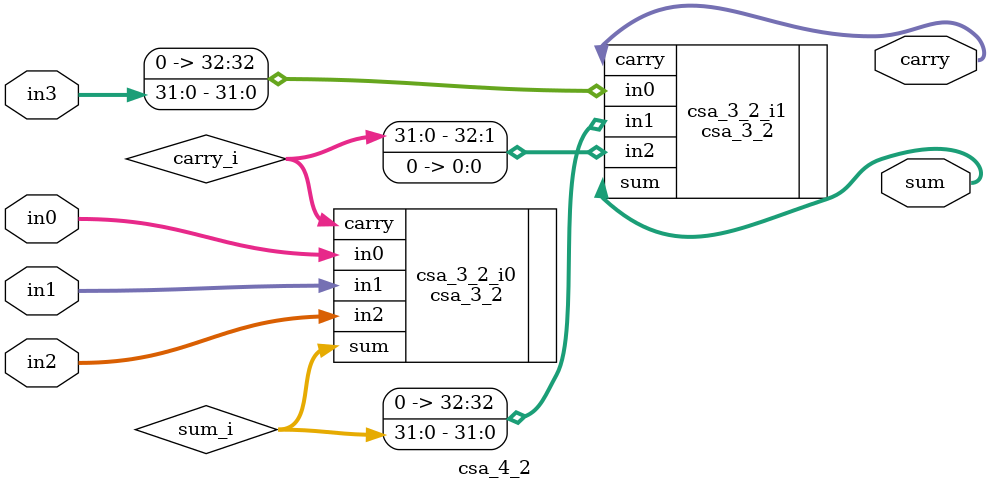
<source format=sv>

module csa_4_2 #(
    parameter integer WIDTH = 32
) (
    input logic [WIDTH-1:0] in0,
    input logic [WIDTH-1:0] in1,
    input logic [WIDTH-1:0] in2,
    input logic [WIDTH-1:0] in3,

    output logic [WIDTH:0] sum,
    output logic [WIDTH:0] carry
);

  logic [WIDTH-1:0] sum_i;
  logic [WIDTH-1:0] carry_i;

  csa_3_2 #(
      .WIDTH(WIDTH)
  ) csa_3_2_i0 (
      .in0  (in0),
      .in1  (in1),
      .in2  (in2),
      .sum  (sum_i),
      .carry(carry_i)
  );

  csa_3_2 #(
      .WIDTH(WIDTH + 1)
  ) csa_3_2_i1 (
      .in0  ({1'b0, in3}),
      .in1  ({1'b0, sum_i}),
      .in2  ({carry_i, 1'b0}),
      .sum  (sum),
      .carry(carry)
  );

endmodule

</source>
